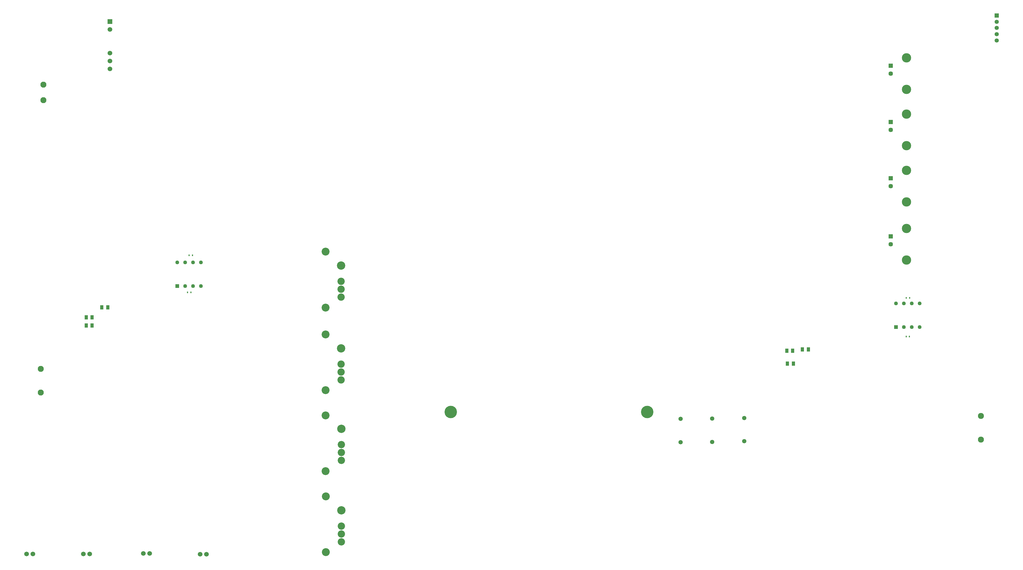
<source format=gbr>
%TF.GenerationSoftware,KiCad,Pcbnew,(6.0.10)*%
%TF.CreationDate,2023-03-07T15:46:30-03:00*%
%TF.ProjectId,PCB_Hbridge,5043425f-4862-4726-9964-67652e6b6963,rev?*%
%TF.SameCoordinates,Original*%
%TF.FileFunction,Soldermask,Bot*%
%TF.FilePolarity,Negative*%
%FSLAX46Y46*%
G04 Gerber Fmt 4.6, Leading zero omitted, Abs format (unit mm)*
G04 Created by KiCad (PCBNEW (6.0.10)) date 2023-03-07 15:46:30*
%MOMM*%
%LPD*%
G01*
G04 APERTURE LIST*
%ADD10R,1.350000X1.350000*%
%ADD11C,1.350000*%
%ADD12C,1.950000*%
%ADD13C,2.685000*%
%ADD14C,2.340000*%
%ADD15C,1.381000*%
%ADD16C,2.550000*%
%ADD17R,1.250000X1.250000*%
%ADD18C,1.250000*%
%ADD19C,1.500000*%
%ADD20R,1.446000X1.446000*%
%ADD21C,1.446000*%
%ADD22C,3.000000*%
%ADD23R,1.508000X1.508000*%
%ADD24C,1.508000*%
%ADD25C,4.000000*%
%ADD26R,0.420000X0.620000*%
%ADD27R,1.000000X1.400000*%
G04 APERTURE END LIST*
D10*
%TO.C,J12*%
X346583000Y-31750000D03*
D11*
X346583000Y-33750000D03*
X346583000Y-35750000D03*
X346583000Y-37750000D03*
X346583000Y-39750000D03*
%TD*%
D12*
%TO.C,J6*%
X39688000Y-59015000D03*
X39688000Y-54015000D03*
%TD*%
D13*
%TO.C,U4*%
X135582000Y-191040000D03*
D14*
X135582000Y-196120000D03*
X135582000Y-198660000D03*
X135582000Y-201200000D03*
%TD*%
D15*
%TO.C,C11*%
X265303000Y-168850000D03*
X265303000Y-161350000D03*
%TD*%
D13*
%TO.C,U3*%
X135558000Y-164846000D03*
D14*
X135558000Y-169926000D03*
X135558000Y-172466000D03*
X135558000Y-175006000D03*
%TD*%
D16*
%TO.C,H4*%
X130580000Y-204580000D03*
X130580000Y-186580000D03*
%TD*%
D13*
%TO.C,U1*%
X135504000Y-112268000D03*
D14*
X135504000Y-117348000D03*
X135504000Y-119888000D03*
X135504000Y-122428000D03*
%TD*%
D17*
%TO.C,U11*%
X82804000Y-118872000D03*
D18*
X85344000Y-118872000D03*
X87884000Y-118872000D03*
X90424000Y-118872000D03*
X90424000Y-111252000D03*
X87884000Y-111252000D03*
X85344000Y-111252000D03*
X82804000Y-111252000D03*
%TD*%
D19*
%TO.C,J2*%
X54562000Y-205129000D03*
X52562000Y-205129000D03*
%TD*%
D16*
%TO.C,H3*%
X130556000Y-178492400D03*
X130556000Y-160492400D03*
%TD*%
D12*
%TO.C,J5*%
X38862000Y-145542000D03*
X38862000Y-153162000D03*
%TD*%
%TO.C,J7*%
X341503000Y-160655000D03*
X341503000Y-168275000D03*
%TD*%
D20*
%TO.C,J8*%
X312449500Y-47940000D03*
D21*
X312449500Y-50480000D03*
D22*
X317529500Y-45400000D03*
X317529500Y-55560000D03*
%TD*%
D20*
%TO.C,J10*%
X312449500Y-102870000D03*
D21*
X312449500Y-105410000D03*
D22*
X317529500Y-100330000D03*
X317529500Y-110490000D03*
%TD*%
D15*
%TO.C,C7*%
X244833000Y-161613200D03*
X244833000Y-169113200D03*
%TD*%
D23*
%TO.C,U9*%
X61045000Y-33655000D03*
D24*
X61045000Y-36195000D03*
X61045000Y-43815000D03*
X61045000Y-46355000D03*
X61045000Y-48895000D03*
%TD*%
D13*
%TO.C,U2*%
X135504000Y-138961600D03*
D14*
X135504000Y-144041600D03*
X135504000Y-146581600D03*
X135504000Y-149121600D03*
%TD*%
D16*
%TO.C,H1*%
X130556000Y-125787400D03*
X130556000Y-107787400D03*
%TD*%
%TO.C,H2*%
X130556000Y-152400000D03*
X130556000Y-134400000D03*
%TD*%
D20*
%TO.C,J11*%
X312449500Y-84140000D03*
D21*
X312449500Y-86680000D03*
D22*
X317529500Y-81600000D03*
X317529500Y-91760000D03*
%TD*%
D20*
%TO.C,J9*%
X312449500Y-66040000D03*
D21*
X312449500Y-68580000D03*
D22*
X317529500Y-63500000D03*
X317529500Y-73660000D03*
%TD*%
D17*
%TO.C,U13*%
X314198000Y-132080000D03*
D18*
X316738000Y-132080000D03*
X319278000Y-132080000D03*
X321818000Y-132080000D03*
X321818000Y-124460000D03*
X319278000Y-124460000D03*
X316738000Y-124460000D03*
X314198000Y-124460000D03*
%TD*%
D15*
%TO.C,C10*%
X254993000Y-161553200D03*
X254993000Y-169053200D03*
%TD*%
D25*
%TO.C,L1*%
X170838000Y-159385000D03*
X234038000Y-159385000D03*
%TD*%
D19*
%TO.C,J3*%
X73834000Y-204997000D03*
X71834000Y-204997000D03*
%TD*%
%TO.C,J4*%
X92138000Y-205178000D03*
X90138000Y-205178000D03*
%TD*%
%TO.C,J1*%
X36290000Y-205129000D03*
X34290000Y-205129000D03*
%TD*%
D26*
%TO.C,C27*%
X318516000Y-135128000D03*
X317416000Y-135128000D03*
%TD*%
%TO.C,C25*%
X87672000Y-108966000D03*
X86572000Y-108966000D03*
%TD*%
D27*
%TO.C,R9*%
X285938000Y-139293600D03*
X284038000Y-139293600D03*
%TD*%
%TO.C,R7*%
X60386000Y-125730000D03*
X58486000Y-125730000D03*
%TD*%
%TO.C,R50*%
X55372000Y-128970000D03*
X53472000Y-128970000D03*
%TD*%
%TO.C,R11*%
X280924000Y-139700000D03*
X279024000Y-139700000D03*
%TD*%
D26*
%TO.C,C29*%
X318558000Y-122682000D03*
X317458000Y-122682000D03*
%TD*%
D27*
%TO.C,R10*%
X281112000Y-143865600D03*
X279212000Y-143865600D03*
%TD*%
D26*
%TO.C,C23*%
X87164000Y-120904000D03*
X86064000Y-120904000D03*
%TD*%
D27*
%TO.C,R8*%
X55372000Y-131572000D03*
X53472000Y-131572000D03*
%TD*%
M02*

</source>
